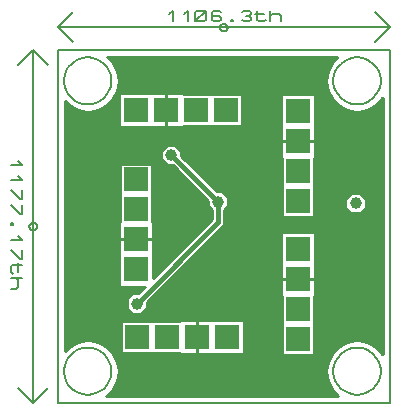
<source format=gbr>
G04 PROTEUS GERBER X2 FILE*
%TF.GenerationSoftware,Labcenter,Proteus,8.12-SP2-Build31155*%
%TF.CreationDate,2022-11-22T15:15:40+00:00*%
%TF.FileFunction,Copper,L1,Top*%
%TF.FilePolarity,Positive*%
%TF.Part,Single*%
%TF.SameCoordinates,{db666e91-7e64-407d-bbc7-fed632b84bd4}*%
%FSLAX45Y45*%
%MOMM*%
G01*
%TA.AperFunction,Conductor*%
%ADD10C,0.400000*%
%TA.AperFunction,ViaPad*%
%ADD11C,1.000000*%
%TA.AperFunction,Conductor*%
%ADD12C,0.254000*%
%TA.AperFunction,ComponentPad*%
%ADD13R,2.032000X2.032000*%
%TA.AperFunction,Profile*%
%ADD14C,0.203200*%
%TA.AperFunction,NonMaterial*%
%ADD15C,0.203200*%
%TD.AperFunction*%
G36*
X-2446618Y+3936688D02*
X-2491760Y+3887202D01*
X-2525637Y+3820105D01*
X-2539126Y+3737440D01*
X-2525637Y+3654775D01*
X-2491760Y+3587678D01*
X-2446618Y+3538192D01*
X-2393791Y+3503409D01*
X-2336364Y+3482820D01*
X-2277360Y+3476085D01*
X-2218356Y+3482820D01*
X-2160929Y+3503409D01*
X-2108102Y+3538192D01*
X-2062960Y+3587678D01*
X-2060959Y+3591641D01*
X-2060959Y+1423239D01*
X-2062960Y+1427202D01*
X-2108102Y+1476688D01*
X-2160929Y+1511471D01*
X-2218356Y+1532060D01*
X-2277360Y+1538795D01*
X-2336364Y+1532060D01*
X-2393791Y+1511471D01*
X-2446618Y+1476688D01*
X-2491760Y+1427202D01*
X-2525637Y+1360105D01*
X-2539126Y+1277440D01*
X-2525637Y+1194775D01*
X-2491760Y+1127678D01*
X-2446618Y+1078192D01*
X-2435634Y+1070960D01*
X-4399086Y+1070960D01*
X-4388102Y+1078192D01*
X-4342960Y+1127678D01*
X-4309083Y+1194775D01*
X-4295594Y+1277440D01*
X-4309083Y+1360105D01*
X-4342960Y+1427202D01*
X-4388102Y+1476688D01*
X-4440929Y+1511471D01*
X-4498356Y+1532060D01*
X-4557360Y+1538795D01*
X-4616364Y+1532060D01*
X-4673791Y+1511471D01*
X-4726618Y+1476688D01*
X-4749041Y+1452107D01*
X-4749041Y+3562773D01*
X-4726618Y+3538192D01*
X-4673791Y+3503409D01*
X-4616364Y+3482820D01*
X-4557360Y+3476085D01*
X-4498356Y+3482820D01*
X-4440929Y+3503409D01*
X-4388102Y+3538192D01*
X-4342960Y+3587678D01*
X-4309083Y+3654775D01*
X-4295594Y+3737440D01*
X-4309083Y+3820105D01*
X-4342960Y+3887202D01*
X-4388102Y+3936688D01*
X-4391674Y+3939040D01*
X-2443046Y+3939040D01*
X-2446618Y+3936688D01*
G37*
%LPC*%
G36*
X-3764441Y+3145440D02*
X-3764441Y+3099421D01*
X-3465872Y+2800852D01*
X-3417597Y+2800852D01*
X-3367478Y+2750733D01*
X-3367478Y+2679853D01*
X-3400018Y+2647313D01*
X-3400018Y+2519792D01*
X-4058133Y+1861677D01*
X-4058133Y+1815658D01*
X-4108252Y+1765539D01*
X-4179132Y+1765539D01*
X-4229251Y+1815658D01*
X-4229251Y+1886538D01*
X-4179132Y+1936657D01*
X-4133113Y+1936657D01*
X-4074549Y+1995221D01*
X-4294779Y+1995221D01*
X-4294779Y+2538779D01*
X-4284619Y+2538779D01*
X-4284619Y+3036619D01*
X-4015381Y+3036619D01*
X-4015381Y+2538779D01*
X-4005221Y+2538779D01*
X-4005221Y+2064549D01*
X-3506056Y+2563714D01*
X-3506056Y+2647313D01*
X-3538596Y+2679853D01*
X-3538596Y+2723616D01*
X-3839421Y+3024441D01*
X-3885440Y+3024441D01*
X-3935559Y+3074560D01*
X-3935559Y+3145440D01*
X-3885440Y+3195559D01*
X-3814560Y+3195559D01*
X-3764441Y+3145440D01*
G37*
G36*
X-3751221Y+3624619D02*
X-3253381Y+3624619D01*
X-3253381Y+3355381D01*
X-3751221Y+3355381D01*
X-3751221Y+3345221D01*
X-4294779Y+3345221D01*
X-4294779Y+3634779D01*
X-3751221Y+3634779D01*
X-3751221Y+3624619D01*
G37*
G36*
X-2635221Y+3335221D02*
X-2635221Y+3081221D01*
X-2645381Y+3081221D01*
X-2645381Y+2583381D01*
X-2914619Y+2583381D01*
X-2914619Y+3081221D01*
X-2924779Y+3081221D01*
X-2924779Y+3624779D01*
X-2635221Y+3624779D01*
X-2635221Y+3335221D01*
G37*
G36*
X-2635221Y+2165221D02*
X-2635221Y+1911221D01*
X-2645381Y+1911221D01*
X-2645381Y+1413381D01*
X-2914619Y+1413381D01*
X-2914619Y+1911221D01*
X-2924779Y+1911221D01*
X-2924779Y+2454779D01*
X-2635221Y+2454779D01*
X-2635221Y+2165221D01*
G37*
G36*
X-3235221Y+1425221D02*
X-3778779Y+1425221D01*
X-3778779Y+1435381D01*
X-4276619Y+1435381D01*
X-4276619Y+1704619D01*
X-3778779Y+1704619D01*
X-3778779Y+1714779D01*
X-3235221Y+1714779D01*
X-3235221Y+1425221D01*
G37*
G36*
X-2375559Y+2664560D02*
X-2375559Y+2735440D01*
X-2325440Y+2785559D01*
X-2254560Y+2785559D01*
X-2204441Y+2735440D01*
X-2204441Y+2664560D01*
X-2254560Y+2614441D01*
X-2325440Y+2614441D01*
X-2375559Y+2664560D01*
G37*
%LPD*%
D10*
X-3850000Y+3110000D02*
X-3455293Y+2715293D01*
X-3453037Y+2715293D01*
X-4143692Y+1851098D02*
X-3453037Y+2541753D01*
X-3453037Y+2715293D01*
D11*
X-3850000Y+3110000D03*
X-3453037Y+2715293D03*
X-4143692Y+1851098D03*
X-2290000Y+2700000D03*
D12*
X-2446618Y+3936688D02*
X-2491760Y+3887202D01*
X-2525637Y+3820105D01*
X-2539126Y+3737440D01*
X-2525637Y+3654775D01*
X-2491760Y+3587678D01*
X-2446618Y+3538192D01*
X-2393791Y+3503409D01*
X-2336364Y+3482820D01*
X-2277360Y+3476085D01*
X-2218356Y+3482820D01*
X-2160929Y+3503409D01*
X-2108102Y+3538192D01*
X-2062960Y+3587678D01*
X-2060959Y+3591641D01*
X-2060959Y+1423239D01*
X-2062960Y+1427202D01*
X-2108102Y+1476688D01*
X-2160929Y+1511471D01*
X-2218356Y+1532060D01*
X-2277360Y+1538795D01*
X-2336364Y+1532060D01*
X-2393791Y+1511471D01*
X-2446618Y+1476688D01*
X-2491760Y+1427202D01*
X-2525637Y+1360105D01*
X-2539126Y+1277440D01*
X-2525637Y+1194775D01*
X-2491760Y+1127678D01*
X-2446618Y+1078192D01*
X-2435634Y+1070960D01*
X-4399086Y+1070960D01*
X-4388102Y+1078192D01*
X-4342960Y+1127678D01*
X-4309083Y+1194775D01*
X-4295594Y+1277440D01*
X-4309083Y+1360105D01*
X-4342960Y+1427202D01*
X-4388102Y+1476688D01*
X-4440929Y+1511471D01*
X-4498356Y+1532060D01*
X-4557360Y+1538795D01*
X-4616364Y+1532060D01*
X-4673791Y+1511471D01*
X-4726618Y+1476688D01*
X-4749041Y+1452107D01*
X-4749041Y+3562773D01*
X-4726618Y+3538192D01*
X-4673791Y+3503409D01*
X-4616364Y+3482820D01*
X-4557360Y+3476085D01*
X-4498356Y+3482820D01*
X-4440929Y+3503409D01*
X-4388102Y+3538192D01*
X-4342960Y+3587678D01*
X-4309083Y+3654775D01*
X-4295594Y+3737440D01*
X-4309083Y+3820105D01*
X-4342960Y+3887202D01*
X-4388102Y+3936688D01*
X-4391674Y+3939040D01*
X-2443046Y+3939040D01*
X-2446618Y+3936688D01*
X-3764441Y+3145440D02*
X-3764441Y+3099421D01*
X-3465872Y+2800852D01*
X-3417597Y+2800852D01*
X-3367478Y+2750733D01*
X-3367478Y+2679853D01*
X-3400018Y+2647313D01*
X-3400018Y+2519792D01*
X-4058133Y+1861677D01*
X-4058133Y+1815658D01*
X-4108252Y+1765539D01*
X-4179132Y+1765539D01*
X-4229251Y+1815658D01*
X-4229251Y+1886538D01*
X-4179132Y+1936657D01*
X-4133113Y+1936657D01*
X-4074549Y+1995221D01*
X-4294779Y+1995221D01*
X-4294779Y+2538779D01*
X-4284619Y+2538779D01*
X-4284619Y+3036619D01*
X-4015381Y+3036619D01*
X-4015381Y+2538779D01*
X-4005221Y+2538779D01*
X-4005221Y+2064549D01*
X-3506056Y+2563714D01*
X-3506056Y+2647313D01*
X-3538596Y+2679853D01*
X-3538596Y+2723616D01*
X-3839421Y+3024441D01*
X-3885440Y+3024441D01*
X-3935559Y+3074560D01*
X-3935559Y+3145440D01*
X-3885440Y+3195559D01*
X-3814560Y+3195559D01*
X-3764441Y+3145440D01*
X-3751221Y+3624619D02*
X-3253381Y+3624619D01*
X-3253381Y+3355381D01*
X-3751221Y+3355381D01*
X-3751221Y+3345221D01*
X-4294779Y+3345221D01*
X-4294779Y+3634779D01*
X-3751221Y+3634779D01*
X-3751221Y+3624619D01*
X-2635221Y+3335221D02*
X-2635221Y+3081221D01*
X-2645381Y+3081221D01*
X-2645381Y+2583381D01*
X-2914619Y+2583381D01*
X-2914619Y+3081221D01*
X-2924779Y+3081221D01*
X-2924779Y+3624779D01*
X-2635221Y+3624779D01*
X-2635221Y+3335221D01*
X-2635221Y+2165221D02*
X-2635221Y+1911221D01*
X-2645381Y+1911221D01*
X-2645381Y+1413381D01*
X-2914619Y+1413381D01*
X-2914619Y+1911221D01*
X-2924779Y+1911221D01*
X-2924779Y+2454779D01*
X-2635221Y+2454779D01*
X-2635221Y+2165221D01*
X-3235221Y+1425221D02*
X-3778779Y+1425221D01*
X-3778779Y+1435381D01*
X-4276619Y+1435381D01*
X-4276619Y+1704619D01*
X-3778779Y+1704619D01*
X-3778779Y+1714779D01*
X-3235221Y+1714779D01*
X-3235221Y+1425221D01*
X-2375559Y+2664560D02*
X-2375559Y+2735440D01*
X-2325440Y+2785559D01*
X-2254560Y+2785559D01*
X-2204441Y+2735440D01*
X-2204441Y+2664560D01*
X-2254560Y+2614441D01*
X-2325440Y+2614441D01*
X-2375559Y+2664560D01*
X-4005221Y+2394000D02*
X-4150000Y+2394000D01*
X-4294779Y+2394000D02*
X-4150000Y+2394000D01*
X-3896000Y+3345221D02*
X-3896000Y+3490000D01*
X-3896000Y+3634779D02*
X-3896000Y+3490000D01*
X-2924779Y+3226000D02*
X-2780000Y+3226000D01*
X-2635221Y+3226000D02*
X-2780000Y+3226000D01*
X-2924779Y+2056000D02*
X-2780000Y+2056000D01*
X-2635221Y+2056000D02*
X-2780000Y+2056000D01*
X-3634000Y+1714779D02*
X-3634000Y+1570000D01*
X-3634000Y+1425221D02*
X-3634000Y+1570000D01*
D13*
X-4150000Y+2140000D03*
X-4150000Y+2394000D03*
X-4150000Y+2648000D03*
X-4150000Y+2902000D03*
X-4150000Y+3490000D03*
X-3896000Y+3490000D03*
X-3642000Y+3490000D03*
X-3388000Y+3490000D03*
X-2780000Y+3480000D03*
X-2780000Y+3226000D03*
X-2780000Y+2972000D03*
X-2780000Y+2718000D03*
X-2780000Y+2310000D03*
X-2780000Y+2056000D03*
X-2780000Y+1802000D03*
X-2780000Y+1548000D03*
X-3380000Y+1570000D03*
X-3634000Y+1570000D03*
X-3888000Y+1570000D03*
X-4142000Y+1570000D03*
D14*
X-4810000Y+1010000D02*
X-2000000Y+1010000D01*
X-2000000Y+4000000D01*
X-4810000Y+4000000D01*
X-4810000Y+1010000D01*
D15*
X-4810000Y+4190000D02*
X-2000000Y+4190000D01*
X-4810000Y+4190000D02*
X-4683000Y+4063000D01*
X-4810000Y+4190000D02*
X-4683000Y+4317000D01*
X-2000000Y+4190000D02*
X-2127000Y+4317000D01*
X-2000000Y+4190000D02*
X-2127000Y+4063000D01*
X-3373250Y+4190000D02*
X-3373359Y+4192634D01*
X-3374249Y+4197903D01*
X-3376111Y+4203172D01*
X-3379154Y+4208441D01*
X-3383809Y+4213643D01*
X-3389078Y+4217469D01*
X-3394347Y+4219909D01*
X-3399616Y+4221290D01*
X-3404885Y+4221750D01*
X-3405000Y+4221750D01*
X-3436750Y+4190000D02*
X-3436641Y+4192634D01*
X-3435751Y+4197903D01*
X-3433889Y+4203172D01*
X-3430846Y+4208441D01*
X-3426191Y+4213643D01*
X-3420922Y+4217469D01*
X-3415653Y+4219909D01*
X-3410384Y+4221290D01*
X-3405115Y+4221750D01*
X-3405000Y+4221750D01*
X-3436750Y+4190000D02*
X-3436641Y+4187366D01*
X-3435751Y+4182097D01*
X-3433889Y+4176828D01*
X-3430846Y+4171559D01*
X-3426191Y+4166357D01*
X-3420922Y+4162531D01*
X-3415653Y+4160091D01*
X-3410384Y+4158710D01*
X-3405115Y+4158250D01*
X-3405000Y+4158250D01*
X-3373250Y+4190000D02*
X-3373359Y+4187366D01*
X-3374249Y+4182097D01*
X-3376111Y+4176828D01*
X-3379154Y+4171559D01*
X-3383809Y+4166357D01*
X-3389078Y+4162531D01*
X-3394347Y+4160091D01*
X-3399616Y+4158710D01*
X-3404885Y+4158250D01*
X-3405000Y+4158250D01*
X-3871250Y+4301600D02*
X-3839500Y+4332080D01*
X-3839500Y+4240640D01*
X-3744250Y+4301600D02*
X-3712500Y+4332080D01*
X-3712500Y+4240640D01*
X-3649000Y+4255880D02*
X-3649000Y+4316840D01*
X-3633125Y+4332080D01*
X-3569625Y+4332080D01*
X-3553750Y+4316840D01*
X-3553750Y+4255880D01*
X-3569625Y+4240640D01*
X-3633125Y+4240640D01*
X-3649000Y+4255880D01*
X-3649000Y+4240640D02*
X-3553750Y+4332080D01*
X-3426750Y+4316840D02*
X-3442625Y+4332080D01*
X-3490250Y+4332080D01*
X-3506125Y+4316840D01*
X-3506125Y+4255880D01*
X-3490250Y+4240640D01*
X-3442625Y+4240640D01*
X-3426750Y+4255880D01*
X-3426750Y+4271120D01*
X-3442625Y+4286360D01*
X-3506125Y+4286360D01*
X-3347375Y+4255880D02*
X-3331500Y+4255880D01*
X-3331500Y+4240640D01*
X-3347375Y+4240640D01*
X-3347375Y+4255880D01*
X-3252125Y+4316840D02*
X-3236250Y+4332080D01*
X-3188625Y+4332080D01*
X-3172750Y+4316840D01*
X-3172750Y+4301600D01*
X-3188625Y+4286360D01*
X-3172750Y+4271120D01*
X-3172750Y+4255880D01*
X-3188625Y+4240640D01*
X-3236250Y+4240640D01*
X-3252125Y+4255880D01*
X-3220375Y+4286360D02*
X-3188625Y+4286360D01*
X-3125125Y+4332080D02*
X-3125125Y+4255880D01*
X-3109250Y+4240640D01*
X-3061625Y+4240640D01*
X-3045750Y+4255880D01*
X-3141000Y+4301600D02*
X-3061625Y+4301600D01*
X-2918750Y+4240640D02*
X-2918750Y+4286360D01*
X-2934625Y+4301600D01*
X-2998125Y+4301600D01*
X-3014000Y+4286360D01*
X-3014000Y+4332080D02*
X-3014000Y+4240640D01*
X-5020000Y+4000000D02*
X-5020000Y+1010000D01*
X-5020000Y+4000000D02*
X-5147000Y+3873000D01*
X-5020000Y+4000000D02*
X-4893000Y+3873000D01*
X-5020000Y+1010000D02*
X-4893000Y+1137000D01*
X-5020000Y+1010000D02*
X-5147000Y+1137000D01*
X-4988250Y+2505000D02*
X-4988359Y+2507634D01*
X-4989249Y+2512903D01*
X-4991111Y+2518172D01*
X-4994154Y+2523441D01*
X-4998809Y+2528643D01*
X-5004078Y+2532469D01*
X-5009347Y+2534909D01*
X-5014616Y+2536290D01*
X-5019885Y+2536750D01*
X-5020000Y+2536750D01*
X-5051750Y+2505000D02*
X-5051641Y+2507634D01*
X-5050751Y+2512903D01*
X-5048889Y+2518172D01*
X-5045846Y+2523441D01*
X-5041191Y+2528643D01*
X-5035922Y+2532469D01*
X-5030653Y+2534909D01*
X-5025384Y+2536290D01*
X-5020115Y+2536750D01*
X-5020000Y+2536750D01*
X-5051750Y+2505000D02*
X-5051641Y+2502366D01*
X-5050751Y+2497097D01*
X-5048889Y+2491828D01*
X-5045846Y+2486559D01*
X-5041191Y+2481357D01*
X-5035922Y+2477531D01*
X-5030653Y+2475091D01*
X-5025384Y+2473710D01*
X-5020115Y+2473250D01*
X-5020000Y+2473250D01*
X-4988250Y+2505000D02*
X-4988359Y+2502366D01*
X-4989249Y+2497097D01*
X-4991111Y+2491828D01*
X-4994154Y+2486559D01*
X-4998809Y+2481357D01*
X-5004078Y+2477531D01*
X-5009347Y+2475091D01*
X-5014616Y+2473710D01*
X-5019885Y+2473250D01*
X-5020000Y+2473250D01*
X-5148400Y+3054750D02*
X-5117920Y+3023000D01*
X-5209360Y+3023000D01*
X-5148400Y+2927750D02*
X-5117920Y+2896000D01*
X-5209360Y+2896000D01*
X-5117920Y+2816625D02*
X-5117920Y+2737250D01*
X-5133160Y+2737250D01*
X-5209360Y+2816625D01*
X-5117920Y+2689625D02*
X-5117920Y+2610250D01*
X-5133160Y+2610250D01*
X-5209360Y+2689625D01*
X-5194120Y+2530875D02*
X-5194120Y+2515000D01*
X-5209360Y+2515000D01*
X-5209360Y+2530875D01*
X-5194120Y+2530875D01*
X-5148400Y+2419750D02*
X-5117920Y+2388000D01*
X-5209360Y+2388000D01*
X-5117920Y+2308625D02*
X-5117920Y+2229250D01*
X-5133160Y+2229250D01*
X-5209360Y+2308625D01*
X-5117920Y+2181625D02*
X-5194120Y+2181625D01*
X-5209360Y+2165750D01*
X-5209360Y+2118125D01*
X-5194120Y+2102250D01*
X-5148400Y+2197500D02*
X-5148400Y+2118125D01*
X-5209360Y+1975250D02*
X-5163640Y+1975250D01*
X-5148400Y+1991125D01*
X-5148400Y+2054625D01*
X-5163640Y+2070500D01*
X-5117920Y+2070500D02*
X-5209360Y+2070500D01*
D14*
X-4357360Y+3737440D02*
X-4358020Y+3753679D01*
X-4363385Y+3786159D01*
X-4374585Y+3818639D01*
X-4392809Y+3851119D01*
X-4420676Y+3883445D01*
X-4453156Y+3908149D01*
X-4485636Y+3924137D01*
X-4518116Y+3933552D01*
X-4550596Y+3937326D01*
X-4557360Y+3937440D01*
X-4757360Y+3737440D02*
X-4756700Y+3753679D01*
X-4751335Y+3786159D01*
X-4740135Y+3818639D01*
X-4721911Y+3851119D01*
X-4694044Y+3883445D01*
X-4661564Y+3908149D01*
X-4629084Y+3924137D01*
X-4596604Y+3933552D01*
X-4564124Y+3937326D01*
X-4557360Y+3937440D01*
X-4757360Y+3737440D02*
X-4756700Y+3721201D01*
X-4751335Y+3688721D01*
X-4740135Y+3656241D01*
X-4721911Y+3623761D01*
X-4694044Y+3591435D01*
X-4661564Y+3566731D01*
X-4629084Y+3550743D01*
X-4596604Y+3541328D01*
X-4564124Y+3537554D01*
X-4557360Y+3537440D01*
X-4357360Y+3737440D02*
X-4358020Y+3721201D01*
X-4363385Y+3688721D01*
X-4374585Y+3656241D01*
X-4392809Y+3623761D01*
X-4420676Y+3591435D01*
X-4453156Y+3566731D01*
X-4485636Y+3550743D01*
X-4518116Y+3541328D01*
X-4550596Y+3537554D01*
X-4557360Y+3537440D01*
X-2077360Y+3737440D02*
X-2078020Y+3753679D01*
X-2083385Y+3786159D01*
X-2094585Y+3818639D01*
X-2112809Y+3851119D01*
X-2140676Y+3883445D01*
X-2173156Y+3908149D01*
X-2205636Y+3924137D01*
X-2238116Y+3933552D01*
X-2270596Y+3937326D01*
X-2277360Y+3937440D01*
X-2477360Y+3737440D02*
X-2476700Y+3753679D01*
X-2471335Y+3786159D01*
X-2460135Y+3818639D01*
X-2441911Y+3851119D01*
X-2414044Y+3883445D01*
X-2381564Y+3908149D01*
X-2349084Y+3924137D01*
X-2316604Y+3933552D01*
X-2284124Y+3937326D01*
X-2277360Y+3937440D01*
X-2477360Y+3737440D02*
X-2476700Y+3721201D01*
X-2471335Y+3688721D01*
X-2460135Y+3656241D01*
X-2441911Y+3623761D01*
X-2414044Y+3591435D01*
X-2381564Y+3566731D01*
X-2349084Y+3550743D01*
X-2316604Y+3541328D01*
X-2284124Y+3537554D01*
X-2277360Y+3537440D01*
X-2077360Y+3737440D02*
X-2078020Y+3721201D01*
X-2083385Y+3688721D01*
X-2094585Y+3656241D01*
X-2112809Y+3623761D01*
X-2140676Y+3591435D01*
X-2173156Y+3566731D01*
X-2205636Y+3550743D01*
X-2238116Y+3541328D01*
X-2270596Y+3537554D01*
X-2277360Y+3537440D01*
X-4357360Y+1277440D02*
X-4358020Y+1293679D01*
X-4363385Y+1326159D01*
X-4374585Y+1358639D01*
X-4392809Y+1391119D01*
X-4420676Y+1423445D01*
X-4453156Y+1448149D01*
X-4485636Y+1464137D01*
X-4518116Y+1473552D01*
X-4550596Y+1477326D01*
X-4557360Y+1477440D01*
X-4757360Y+1277440D02*
X-4756700Y+1293679D01*
X-4751335Y+1326159D01*
X-4740135Y+1358639D01*
X-4721911Y+1391119D01*
X-4694044Y+1423445D01*
X-4661564Y+1448149D01*
X-4629084Y+1464137D01*
X-4596604Y+1473552D01*
X-4564124Y+1477326D01*
X-4557360Y+1477440D01*
X-4757360Y+1277440D02*
X-4756700Y+1261201D01*
X-4751335Y+1228721D01*
X-4740135Y+1196241D01*
X-4721911Y+1163761D01*
X-4694044Y+1131435D01*
X-4661564Y+1106731D01*
X-4629084Y+1090743D01*
X-4596604Y+1081328D01*
X-4564124Y+1077554D01*
X-4557360Y+1077440D01*
X-4357360Y+1277440D02*
X-4358020Y+1261201D01*
X-4363385Y+1228721D01*
X-4374585Y+1196241D01*
X-4392809Y+1163761D01*
X-4420676Y+1131435D01*
X-4453156Y+1106731D01*
X-4485636Y+1090743D01*
X-4518116Y+1081328D01*
X-4550596Y+1077554D01*
X-4557360Y+1077440D01*
X-2077360Y+1277440D02*
X-2078020Y+1293679D01*
X-2083385Y+1326159D01*
X-2094585Y+1358639D01*
X-2112809Y+1391119D01*
X-2140676Y+1423445D01*
X-2173156Y+1448149D01*
X-2205636Y+1464137D01*
X-2238116Y+1473552D01*
X-2270596Y+1477326D01*
X-2277360Y+1477440D01*
X-2477360Y+1277440D02*
X-2476700Y+1293679D01*
X-2471335Y+1326159D01*
X-2460135Y+1358639D01*
X-2441911Y+1391119D01*
X-2414044Y+1423445D01*
X-2381564Y+1448149D01*
X-2349084Y+1464137D01*
X-2316604Y+1473552D01*
X-2284124Y+1477326D01*
X-2277360Y+1477440D01*
X-2477360Y+1277440D02*
X-2476700Y+1261201D01*
X-2471335Y+1228721D01*
X-2460135Y+1196241D01*
X-2441911Y+1163761D01*
X-2414044Y+1131435D01*
X-2381564Y+1106731D01*
X-2349084Y+1090743D01*
X-2316604Y+1081328D01*
X-2284124Y+1077554D01*
X-2277360Y+1077440D01*
X-2077360Y+1277440D02*
X-2078020Y+1261201D01*
X-2083385Y+1228721D01*
X-2094585Y+1196241D01*
X-2112809Y+1163761D01*
X-2140676Y+1131435D01*
X-2173156Y+1106731D01*
X-2205636Y+1090743D01*
X-2238116Y+1081328D01*
X-2270596Y+1077554D01*
X-2277360Y+1077440D01*
M02*

</source>
